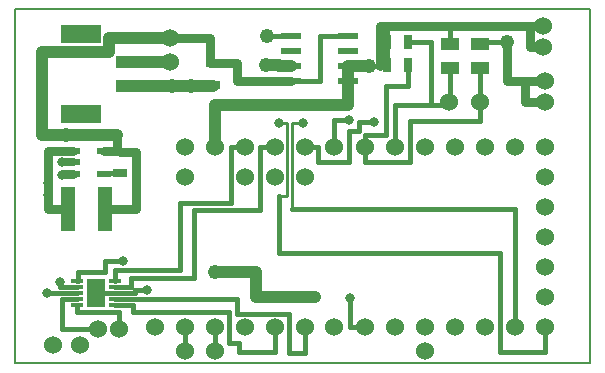
<source format=gbr>
%FSLAX23Y23*%
%MOIN*%
G04 EasyPC Gerber Version 17.0 Build 3379 *
%ADD28R,0.03150X0.04724*%
%ADD18R,0.04724X0.14567*%
%ADD25R,0.06496X0.09370*%
%ADD10C,0.00500*%
%ADD75C,0.01000*%
%ADD74C,0.01500*%
%ADD76C,0.02500*%
%ADD72C,0.03000*%
%ADD17C,0.03200*%
%ADD126C,0.03937*%
%ADD73C,0.04000*%
%ADD29C,0.04800*%
%ADD19C,0.06000*%
%ADD70C,0.06000*%
%ADD24R,0.04134X0.01575*%
%ADD71R,0.06600X0.02000*%
%ADD22R,0.04724X0.02165*%
%ADD23R,0.04724X0.03150*%
%ADD26R,0.05906X0.03937*%
%ADD27R,0.06102X0.03937*%
%ADD20R,0.18110X0.03937*%
%ADD21R,0.13386X0.06299*%
X0Y0D02*
D02*
D10*
X3Y3D02*
X1918D01*
Y1183*
X3*
Y3*
D02*
D17*
X108Y238D03*
X113Y563D03*
Y603D03*
X153Y273D03*
X158Y632D03*
Y673D03*
X363Y343D03*
X443Y248D03*
X881Y804D03*
X961Y804D03*
X1117Y813D03*
X1120Y220D03*
X1198Y808D03*
D02*
D18*
X180Y518D03*
X303D03*
D02*
D19*
X128Y63D03*
X218D03*
X278Y117D03*
X348D03*
X468Y123D03*
X518Y1008D03*
Y1088D03*
X568Y43D03*
Y123D03*
Y623D03*
Y723D03*
X668Y43D03*
Y123D03*
Y723D03*
X768Y123D03*
X868D03*
X968D03*
X1067D03*
X1168D03*
X1268D03*
X1368Y43D03*
Y123D03*
X1448Y873D03*
X1468Y123D03*
Y723D03*
X1553Y873D03*
X1568Y123D03*
Y723D03*
X1668Y123D03*
Y723D03*
X1763Y1058D03*
Y1127D03*
X1768Y123D03*
Y223D03*
Y323D03*
Y423D03*
Y523D03*
Y623D03*
Y723D03*
Y873D03*
Y943D03*
D02*
D70*
X768Y623D03*
Y723D03*
X868Y623D03*
Y723D03*
X968Y623D03*
Y723D03*
X1067D03*
X1168D03*
X1268D03*
X1368D03*
D02*
D71*
X923Y943D03*
Y993D03*
Y1043D03*
Y1093D03*
X1113Y943D03*
Y993D03*
Y1043D03*
Y1093D03*
D02*
D20*
X428Y928D03*
Y1007D03*
D02*
D21*
X223Y834D03*
Y1101D03*
D02*
D22*
X196Y635D03*
Y673D03*
Y710D03*
X299Y635D03*
Y710D03*
D02*
D23*
X353Y637D03*
Y708D03*
X663Y932D03*
Y1003D03*
D02*
D24*
X210Y198D03*
Y218D03*
Y238D03*
Y257D03*
Y277D03*
X335Y198D03*
Y218D03*
Y238D03*
Y257D03*
Y277D03*
D02*
D25*
X273Y238D03*
D02*
D26*
X1453Y988D03*
X1551D03*
D02*
D27*
X1453Y1066D03*
X1551D03*
D02*
D28*
X1242Y998D03*
Y1073D03*
X1313Y998D03*
Y1073D03*
D02*
D29*
X173Y763D03*
X527Y928D03*
X588D03*
X668Y309D03*
X838Y998D03*
X843Y1093D03*
X1183Y993D03*
X1643Y1073D03*
D02*
D72*
X113Y563D02*
Y518D01*
X180*
X196Y635D02*
X158D01*
X196Y710D02*
X113D01*
Y563*
X328Y710D02*
X299D01*
X343Y763D02*
Y710D01*
X328*
X353Y708D02*
X407D01*
Y518*
X303*
X518Y1088D02*
X653D01*
Y1003*
X663*
X743*
Y943*
X923*
X1004Y225D03*
X1218Y1127D02*
X1453D01*
X1218D02*
Y993D01*
X1453Y1127D02*
X1718D01*
X1643Y1073D02*
Y943D01*
X1703*
Y873*
X1768*
X1703Y943D02*
X1768D01*
X1718Y1127D02*
Y1058D01*
X1763*
X1718Y1127D02*
X1763D01*
D02*
D73*
X173Y763D02*
X343D01*
X428Y928D02*
X588D01*
X527Y928D02*
X663D01*
X668Y723D02*
Y863D01*
X1113*
Y943*
X668Y309D02*
X805D01*
Y225*
X1004*
X838Y998D02*
X883D01*
Y993*
X923*
X1113D02*
Y943D01*
X1183Y993D02*
X1113D01*
D02*
D74*
X108Y238D02*
X210D01*
X158Y635D02*
Y632D01*
X210Y198D02*
Y173D01*
X348*
Y117*
X210Y218D02*
X158D01*
Y117*
X278*
X210Y257D02*
X153D01*
Y273*
X210Y277D02*
X213D01*
Y308*
X303*
Y343*
X363*
X273Y238D02*
X335D01*
Y198D02*
X396D01*
Y173*
X715*
Y70*
X748*
Y40*
X868*
Y123*
X335Y218D02*
X743D01*
Y166*
X916*
Y37*
X968*
Y123*
X335Y257D02*
X388D01*
Y288*
X598*
Y513*
X818*
Y723*
X868*
X335Y277D02*
Y313D01*
X553*
Y538*
X723*
Y723*
X768*
X353Y637D02*
X299D01*
Y635*
X353Y708D02*
X328D01*
Y710*
X443Y248D02*
X403D01*
Y238*
X335*
X568Y43D02*
Y123D01*
X588Y928D02*
Y928D01*
X663D02*
Y932D01*
X668Y43D02*
Y123D01*
X881Y548D02*
Y372D01*
X1619*
Y40*
X1768*
Y123*
X881Y548D02*
Y541D01*
Y561D02*
Y548D01*
X923Y1093D02*
X843D01*
X925Y517D02*
X1668D01*
Y495*
X1113Y1093D02*
X1018D01*
Y943*
X923*
X1117Y813D02*
X1067D01*
Y723*
X1120Y220D02*
Y123D01*
X1168*
Y723D02*
Y764D01*
X1238*
Y928*
X1313*
Y998*
X1183Y993D02*
X1218D01*
X1198Y808D02*
X1148D01*
Y778*
X1117*
Y673*
X1013*
Y723*
X968*
X1218Y993D02*
X1242D01*
Y1073*
Y1127*
X1218*
X1313Y1073D02*
X1388D01*
Y863*
X1268*
Y723*
X1453Y988D02*
Y863D01*
X1388*
X1453Y1066D02*
Y1127D01*
X1551Y988D02*
Y810D01*
X1320*
Y673*
X1168*
Y723*
X1551Y1066D02*
Y1073D01*
X1643*
X1668Y495D02*
X1668D01*
Y123*
X1668Y495D02*
Y473D01*
D02*
D75*
X881Y804D02*
X909D01*
Y561*
X881*
X961Y804D02*
X925D01*
Y517*
D02*
D76*
X158Y673D02*
X196D01*
D02*
D126*
X518Y1088D02*
X316D01*
Y1041*
X91*
Y763*
X173*
X0Y0D02*
M02*

</source>
